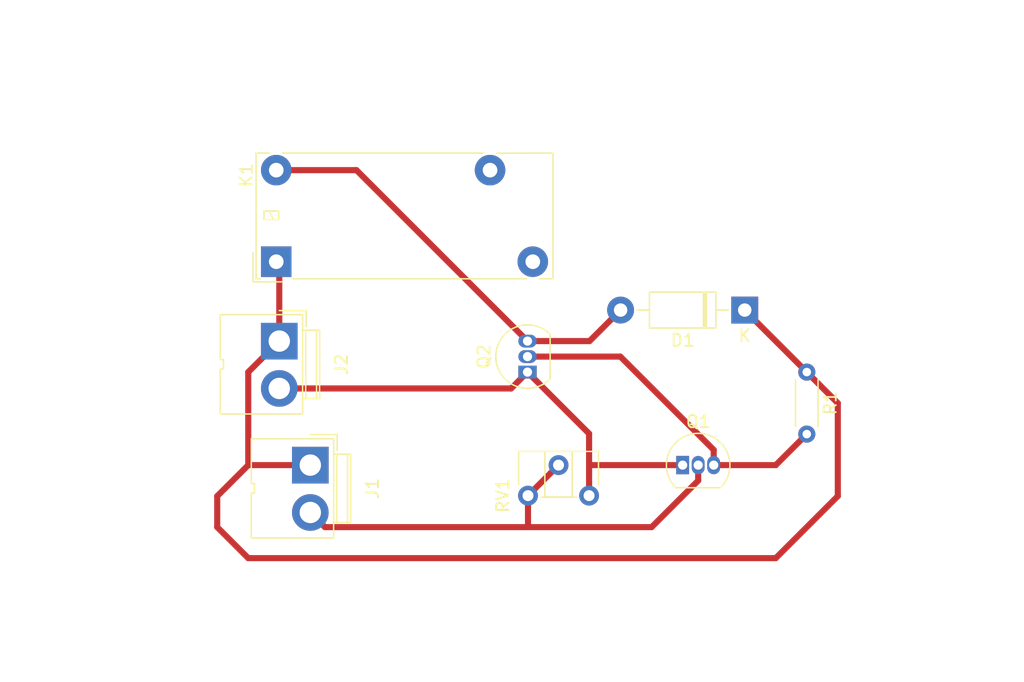
<source format=kicad_pcb>
(kicad_pcb (version 20211014) (generator pcbnew)
  (layers (0 "F.Cu" signal) (31 "B.Cu" signal) (34 "B.Paste" user) (35 "F.Paste" user) (36 "B.SilkS" user "B.Silkscreen") (37 "F.SilkS" user "F.Silkscreen") (38 "B.Mask" user) (39 "F.Mask" user) (44 "Edge.Cuts" user))
  (net 0 "")
  (net 1 "Net-(J1-Pad2)")
  (net 2 "Net-(Q1-Pad3)")
  (net 3 "Net-(D1-Pad2)")
  (net 6 "Net-(D1-Pad1)")
  (net 7 "Net-(Q1-Pad1)")
  (footprint "Relay_THT:Relay_1P1T_NO_10x24x18.8mm_Panasonic_ADW11xxxxW_THT" (layer "F.Cu") (at 126.7525 54.4575 90)
    (fp_text reference "K1" (at 7.08 -2.46 90) (layer "F.SilkS"))
    (fp_text value "ADW11")
    (fp_line (start -1.65 0.44) (end -1.65 -1.9) (layer "F.SilkS") (width 0.12))
    (fp_line (start 8.89 18.05) (end 8.9 22.65) (layer "F.SilkS") (width 0.12))
    (fp_line (start 8.9 22.65) (end -1.4 22.65) (layer "F.SilkS") (width 0.12))
    (fp_line (start -1.4 1.31) (end -1.4 20.49) (layer "F.SilkS") (width 0.12))
    (fp_line (start -1.4 22.65) (end -1.4 21.51) (layer "F.SilkS") (width 0.12))
    (fp_line (start -1.4 -1.65) (end -1.4 -1.31) (layer "F.SilkS") (width 0.12))
    (fp_line (start 8.9 -1.65) (end 8.9 -0.51) (layer "F.SilkS") (width 0.12))
    (fp_line (start 8.9 -1.65) (end -1.4 -1.65) (layer "F.SilkS") (width 0.12))
    (fp_line (start 3.45 0.2) (end 4.15 0.2) (layer "F.SilkS") (width 0.12))
    (fp_line (start 4.15 -1) (end 3.45 -1) (layer "F.SilkS") (width 0.12))
    (fp_line (start -1.65 -1.9) (end 0.75 -1.9) (layer "F.SilkS") (width 0.12))
    (fp_line (start 3.45 -0.2) (end 4.15 -0.6) (layer "F.SilkS") (width 0.12))
    (fp_line (start 8.9 0.51) (end 8.9 16.99) (layer "F.SilkS") (width 0.12))
    (fp_line (start 3.45 -1) (end 3.45 0.2) (layer "F.SilkS") (width 0.12))
    (fp_line (start 4.15 0.2) (end 4.15 -1) (layer "F.SilkS") (width 0.12))
    (pad "1" thru_hole rect (at 0 0 90) (size 2.5 2.5) (drill 1.2) (layers *.Cu *.Mask) (net 6 "Net-(D1-Pad1)"))
    (pad "3" thru_hole oval (at 0 21 90) (size 2.5 2.5) (drill 1.2) (layers *.Cu *.Mask))
    (pad "5" thru_hole oval (at 7.5 17.5 90) (size 2.5 2.5) (drill 1.2) (layers *.Cu *.Mask))
    (pad "6" thru_hole oval (at 7.5 0 90) (size 2.5 2.5) (drill 1.2) (layers *.Cu *.Mask) (net 3 "Net-(D1-Pad2)"))
  )
  (footprint "Resistor_THT:R_Axial_DIN0204_L3.6mm_D1.6mm_P5.08mm_Horizontal" (layer "F.Cu") (at 170.18 63.5 -90)
    (fp_text reference "R1" (at 2.54 -1.92 90) (layer "F.SilkS"))
    (fp_text value "1k")
    (fp_line (start 0.62 -0.92) (end 4.46 -0.92) (layer "F.SilkS") (width 0.12))
    (fp_line (start 0.62 0.92) (end 4.46 0.92) (layer "F.SilkS") (width 0.12))
    (pad "1" thru_hole circle (at 0 0 270) (size 1.4 1.4) (drill 0.7) (layers *.Cu *.Mask) (net 6 "Net-(D1-Pad1)"))
    (pad "2" thru_hole oval (at 5.08 0 270) (size 1.4 1.4) (drill 0.7) (layers *.Cu *.Mask) (net 2 "Net-(Q1-Pad3)"))
  )
  (footprint "Connector:JWT_A3963_1x02_P3.96mm_Vertical" (layer "F.Cu") (at 127 60.96 -90)
    (fp_text reference "J2" (at 1.91 -5.08 90) (layer "F.SilkS"))
    (fp_text value "Screw_Terminal_01x02")
    (fp_line (start 1.52 4.83) (end -2.16 4.83) (layer "F.SilkS") (width 0.12))
    (fp_line (start -0.89 -3.05) (end 4.7 -3.05) (layer "F.SilkS") (width 0.12))
    (fp_line (start 5.97 -1.91) (end 5.97 0) (layer "F.SilkS") (width 0.12))
    (fp_line (start -2.16 -1.91) (end -2.16 0) (layer "F.SilkS") (width 0.12))
    (fp_line (start -2.16 0) (end -2.16 4.83) (layer "F.SilkS") (width 0.12))
    (fp_line (start -1.2 -2.2) (end -2.5 -2.2) (layer "F.SilkS") (width 0.12))
    (fp_line (start 4.7 -1.91) (end 4.7 -3.3) (layer "F.SilkS") (width 0.12))
    (fp_line (start -0.89 -2.16) (end 4.7 -2.16) (layer "F.SilkS") (width 0.12))
    (fp_line (start 2.29 4.83) (end 5.97 4.83) (layer "F.SilkS") (width 0.12))
    (fp_line (start 1.52 4.83) (end 1.52 4.57) (layer "F.SilkS") (width 0.12))
    (fp_line (start -2.5 -2.2) (end -2.5 0) (layer "F.SilkS") (width 0.12))
    (fp_line (start 5.97 4.83) (end 5.97 0) (layer "F.SilkS") (width 0.12))
    (fp_line (start -0.89 -1.91) (end -0.89 -3.3) (layer "F.SilkS") (width 0.12))
    (fp_line (start 1.52 4.57) (end 2.29 4.57) (layer "F.SilkS") (width 0.12))
    (fp_line (start -0.89 -3.3) (end 4.7 -3.3) (layer "F.SilkS") (width 0.12))
    (fp_line (start -2.16 -1.91) (end 5.97 -1.91) (layer "F.SilkS") (width 0.12))
    (fp_line (start 2.29 4.57) (end 2.29 4.83) (layer "F.SilkS") (width 0.12))
    (pad "1" thru_hole rect (at 0 0 270) (size 3 3) (drill 1.75) (layers *.Cu *.Mask) (net 6 "Net-(D1-Pad1)"))
    (pad "2" thru_hole circle (at 3.88 0 270) (size 3 3) (drill 1.75) (layers *.Cu *.Mask) (net 7 "Net-(Q1-Pad1)"))
  )
  (footprint "Potentiometer_THT:Potentiometer_ACP_CA6-H2,5_Horizontal" (layer "F.Cu") (at 147.36 73.62 90)
    (fp_text reference "RV1" (at 0 -2.06 90) (layer "F.SilkS"))
    (fp_text value "50k")
    (fp_line (start 0.925 -0.77) (end 3.62 -0.77) (layer "F.SilkS") (width 0.12))
    (fp_line (start -0.121 3.62) (end 3.62 3.62) (layer "F.SilkS") (width 0.12))
    (fp_line (start -0.121 1.066) (end -0.121 3.935) (layer "F.SilkS") (width 0.12))
    (fp_line (start 3.62 -0.77) (end 3.62 5.77) (layer "F.SilkS") (width 0.12))
    (fp_line (start -0.121 1.38) (end 3.62 1.38) (layer "F.SilkS") (width 0.12))
    (fp_line (start 0.925 5.77) (end 3.62 5.77) (layer "F.SilkS") (width 0.12))
    (fp_line (start 3.62 1.38) (end 3.62 3.62) (layer "F.SilkS") (width 0.12))
    (fp_line (start -0.121 1.38) (end -0.121 3.62) (layer "F.SilkS") (width 0.12))
    (pad "1" thru_hole circle (at 0 0 90) (size 1.62 1.62) (drill 0.9) (layers *.Cu *.Mask) (net 1 "Net-(J1-Pad2)"))
    (pad "2" thru_hole circle (at 2.5 2.5 90) (size 1.62 1.62) (drill 0.9) (layers *.Cu *.Mask) (net 1 "Net-(J1-Pad2)"))
    (pad "3" thru_hole circle (at 0 5 90) (size 1.62 1.62) (drill 0.9) (layers *.Cu *.Mask) (net 7 "Net-(Q1-Pad1)"))
  )
  (footprint "Connector:JWT_A3963_1x02_P3.96mm_Vertical" (layer "F.Cu") (at 129.54 71.12 -90)
    (fp_text reference "J1" (at 1.91 -5.08 90) (layer "F.SilkS"))
    (fp_text value "connector")
    (fp_line (start 5.97 4.83) (end 5.97 0) (layer "F.SilkS") (width 0.12))
    (fp_line (start 1.52 4.57) (end 2.29 4.57) (layer "F.SilkS") (width 0.12))
    (fp_line (start -2.16 -1.91) (end 5.97 -1.91) (layer "F.SilkS") (width 0.12))
    (fp_line (start 5.97 -1.91) (end 5.97 0) (layer "F.SilkS") (width 0.12))
    (fp_line (start 2.29 4.83) (end 5.97 4.83) (layer "F.SilkS") (width 0.12))
    (fp_line (start -0.89 -3.3) (end 4.7 -3.3) (layer "F.SilkS") (width 0.12))
    (fp_line (start -0.89 -2.16) (end 4.7 -2.16) (layer "F.SilkS") (width 0.12))
    (fp_line (start 2.29 4.57) (end 2.29 4.83) (layer "F.SilkS") (width 0.12))
    (fp_line (start -0.89 -1.91) (end -0.89 -3.3) (layer "F.SilkS") (width 0.12))
    (fp_line (start -2.16 0) (end -2.16 4.83) (layer "F.SilkS") (width 0.12))
    (fp_line (start 4.7 -1.91) (end 4.7 -3.3) (layer "F.SilkS") (width 0.12))
    (fp_line (start 1.52 4.83) (end -2.16 4.83) (layer "F.SilkS") (width 0.12))
    (fp_line (start 1.52 4.83) (end 1.52 4.57) (layer "F.SilkS") (width 0.12))
    (fp_line (start -2.16 -1.91) (end -2.16 0) (layer "F.SilkS") (width 0.12))
    (fp_line (start -0.89 -3.05) (end 4.7 -3.05) (layer "F.SilkS") (width 0.12))
    (fp_line (start -2.5 -2.2) (end -2.5 0) (layer "F.SilkS") (width 0.12))
    (fp_line (start -1.2 -2.2) (end -2.5 -2.2) (layer "F.SilkS") (width 0.12))
    (pad "1" thru_hole rect (at 0 0 270) (size 3 3) (drill 1.75) (layers *.Cu *.Mask) (net 6 "Net-(D1-Pad1)"))
    (pad "2" thru_hole circle (at 3.88 0 270) (size 3 3) (drill 1.75) (layers *.Cu *.Mask) (net 1 "Net-(J1-Pad2)"))
  )
  (footprint "Package_TO_SOT_THT:TO-92_Inline" (layer "F.Cu") (at 147.32 63.5 90)
    (fp_text reference "Q2" (at 1.27 -3.56 90) (layer "F.SilkS"))
    (fp_text value "2N3904")
    (fp_line (start -0.53 1.85) (end 3.07 1.85) (layer "F.SilkS") (width 0.12))
    (fp_arc (start 1.27 -2.6) (mid 3.672087 -0.994977) (end 3.108478 1.838478) (layer "F.SilkS") (width 0.12))
    (fp_arc (start -0.568478 1.838478) (mid -1.132087 -0.994977) (end 1.27 -2.6) (layer "F.SilkS") (width 0.12))
    (pad "1" thru_hole rect (at 0 0 90) (size 1.05 1.5) (drill 0.75) (layers *.Cu *.Mask) (net 7 "Net-(Q1-Pad1)"))
    (pad "2" thru_hole oval (at 1.27 0 90) (size 1.05 1.5) (drill 0.75) (layers *.Cu *.Mask) (net 2 "Net-(Q1-Pad3)"))
    (pad "3" thru_hole oval (at 2.54 0 90) (size 1.05 1.5) (drill 0.75) (layers *.Cu *.Mask) (net 3 "Net-(D1-Pad2)"))
  )
  (footprint "Diode_THT:D_DO-41_SOD81_P10.16mm_Horizontal" (layer "F.Cu") (at 165.1 58.42 180)
    (fp_text reference "D1" (at 5.08 -2.47) (layer "F.SilkS"))
    (fp_text value "1N4007")
    (fp_text user "K" (at 0 -2.1) (layer "F.SilkS"))
    (fp_line (start 3.38 -1.47) (end 3.38 1.47) (layer "F.SilkS") (width 0.12))
    (fp_line (start 1.34 0) (end 2.36 0) (layer "F.SilkS") (width 0.12))
    (fp_line (start 2.36 -1.47) (end 2.36 1.47) (layer "F.SilkS") (width 0.12))
    (fp_line (start 7.8 -1.47) (end 2.36 -1.47) (layer "F.SilkS") (width 0.12))
    (fp_line (start 3.14 -1.47) (end 3.14 1.47) (layer "F.SilkS") (width 0.12))
    (fp_line (start 2.36 1.47) (end 7.8 1.47) (layer "F.SilkS") (width 0.12))
    (fp_line (start 3.26 -1.47) (end 3.26 1.47) (layer "F.SilkS") (width 0.12))
    (fp_line (start 8.82 0) (end 7.8 0) (layer "F.SilkS") (width 0.12))
    (fp_line (start 7.8 1.47) (end 7.8 -1.47) (layer "F.SilkS") (width 0.12))
    (pad "1" thru_hole rect (at 0 0 180) (size 2.2 2.2) (drill 1.1) (layers *.Cu *.Mask) (net 6 "Net-(D1-Pad1)"))
    (pad "2" thru_hole oval (at 10.16 0 180) (size 2.2 2.2) (drill 1.1) (layers *.Cu *.Mask) (net 3 "Net-(D1-Pad2)"))
  )
  (footprint "Package_TO_SOT_THT:TO-92_Inline" (layer "F.Cu") (at 160.02 71.12)
    (fp_text reference "Q1" (at 1.27 -3.56) (layer "F.SilkS"))
    (fp_text value "2N3904")
    (fp_line (start -0.53 1.85) (end 3.07 1.85) (layer "F.SilkS") (width 0.12))
    (fp_arc (start 1.27 -2.6) (mid 3.672087 -0.994977) (end 3.108478 1.838478) (layer "F.SilkS") (width 0.12))
    (fp_arc (start -0.568478 1.838478) (mid -1.132087 -0.994977) (end 1.27 -2.6) (layer "F.SilkS") (width 0.12))
    (pad "1" thru_hole rect (at 0 0) (size 1.05 1.5) (drill 0.75) (layers *.Cu *.Mask) (net 7 "Net-(Q1-Pad1)"))
    (pad "2" thru_hole oval (at 1.27 0) (size 1.05 1.5) (drill 0.75) (layers *.Cu *.Mask) (net 1 "Net-(J1-Pad2)"))
    (pad "3" thru_hole oval (at 2.54 0) (size 1.05 1.5) (drill 0.75) (layers *.Cu *.Mask) (net 2 "Net-(Q1-Pad3)"))
  )
  (segment (start 161.29 71.12) (end 161.29 72.39) (width 0.5) (layer "F.Cu") (net 1))
  (segment (start 161.29 72.39) (end 157.48 76.2) (width 0.5) (layer "F.Cu") (net 1))
  (segment (start 157.48 76.2) (end 130.74 76.2) (width 0.5) (layer "F.Cu") (net 1))
  (segment (start 147.36 76.16) (end 147.32 76.2) (width 0.5) (layer "F.Cu") (net 1))
  (segment (start 147.36 73.62) (end 147.36 76.16) (width 0.5) (layer "F.Cu") (net 1))
  (segment (start 130.74 76.2) (end 129.54 75) (width 0.5) (layer "F.Cu") (net 1))
  (segment (start 147.36 73.62) (end 149.86 71.12) (width 0.5) (layer "F.Cu") (net 1))
  (segment (start 167.64 71.12) (end 170.18 68.58) (width 0.5) (layer "F.Cu") (net 2))
  (segment (start 162.56 71.12) (end 167.64 71.12) (width 0.5) (layer "F.Cu") (net 2))
  (segment (start 162.56 71.12) (end 162.56 70.895) (width 0.25) (layer "F.Cu") (net 2))
  (segment (start 162.56 69.87) (end 162.56 71.12) (width 0.5) (layer "F.Cu") (net 2))
  (segment (start 147.32 62.23) (end 154.92 62.23) (width 0.5) (layer "F.Cu") (net 2))
  (segment (start 154.92 62.23) (end 162.56 69.87) (width 0.5) (layer "F.Cu") (net 2))
  (segment (start 133.3175 46.9575) (end 147.32 60.96) (width 0.5) (layer "F.Cu") (net 3))
  (segment (start 126.7525 46.9575) (end 133.3175 46.9575) (width 0.5) (layer "F.Cu") (net 3))
  (segment (start 152.4 60.96) (end 154.94 58.42) (width 0.5) (layer "F.Cu") (net 3))
  (segment (start 147.32 60.96) (end 152.4 60.96) (width 0.5) (layer "F.Cu") (net 3))
  (segment (start 121.92 73.66) (end 124.46 71.12) (width 0.5) (layer "F.Cu") (net 6))
  (segment (start 172.72 73.66) (end 167.64 78.74) (width 0.5) (layer "F.Cu") (net 6))
  (segment (start 124.46 71.12) (end 124.46 63.5) (width 0.5) (layer "F.Cu") (net 6))
  (segment (start 165.1 58.42) (end 170.18 63.5) (width 0.5) (layer "F.Cu") (net 6))
  (segment (start 121.92 76.2) (end 121.92 73.66) (width 0.5) (layer "F.Cu") (net 6))
  (segment (start 170.18 63.5) (end 172.72 66.04) (width 0.5) (layer "F.Cu") (net 6))
  (segment (start 167.64 78.74) (end 124.46 78.74) (width 0.5) (layer "F.Cu") (net 6))
  (segment (start 124.46 71.12) (end 129.54 71.12) (width 0.5) (layer "F.Cu") (net 6))
  (segment (start 124.46 63.5) (end 127 60.96) (width 0.5) (layer "F.Cu") (net 6))
  (segment (start 124.46 78.74) (end 121.92 76.2) (width 0.5) (layer "F.Cu") (net 6))
  (segment (start 127 60.96) (end 127 54.705) (width 0.5) (layer "F.Cu") (net 6))
  (segment (start 172.72 66.04) (end 172.72 73.66) (width 0.5) (layer "F.Cu") (net 6))
  (segment (start 127 54.705) (end 126.7525 54.4575) (width 0.5) (layer "F.Cu") (net 6))
  (segment (start 127 64.84) (end 145.98 64.84) (width 0.5) (layer "F.Cu") (net 7))
  (segment (start 160.02 71.12) (end 152.4 71.12) (width 0.5) (layer "F.Cu") (net 7))
  (segment (start 145.98 64.84) (end 147.32 63.5) (width 0.5) (layer "F.Cu") (net 7))
  (segment (start 147.32 63.5) (end 147.545 63.5) (width 0.25) (layer "F.Cu") (net 7))
  (segment (start 152.36 73.62) (end 152.36 68.54) (width 0.5) (layer "F.Cu") (net 7))
  (segment (start 152.36 68.54) (end 147.32 63.5) (width 0.5) (layer "F.Cu") (net 7))
)
</source>
